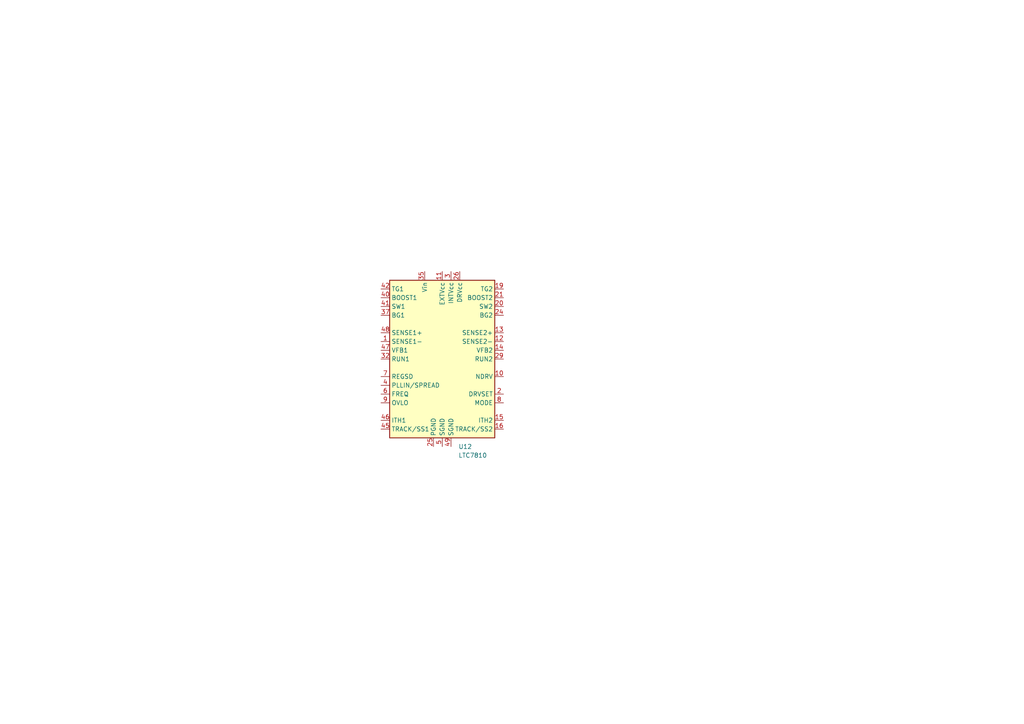
<source format=kicad_sch>
(kicad_sch (version 20250114) (generator "eeschema") (generator_version "9.0")
  (paper "A4")
  (lib_symbols
    (symbol "Regulator_Controller:LTC7810"
      (property "Reference" "U" (at -15.24 24.13 0))
      (property "Value" "LTC7810" (at 15.494 24.13 0))
      (symbol "LTC7810_0_1"
        (rectangle (start -15.24 22.86) (end 15.24 -22.86) (stroke (width 0.254)) (fill (type background)))
      )
      (symbol "LTC7810_1_1"
        (pin output line (at -17.78 20.32 0) (length 2.54) (name "TG1") (number "42"))
        (pin output line (at -17.78 17.78 0) (length 2.54) (name "BOOST1") (number "40"))
        (pin output line (at -17.78 15.24 0) (length 2.54) (name "SW1") (number "41"))
        (pin output line (at -17.78 12.7 0) (length 2.54) (name "BG1") (number "37"))
        (pin input line (at -17.78 7.62 0) (length 2.54) (name "SENSE1+") (number "48"))
        (pin input line (at -17.78 5.08 0) (length 2.54) (name "SENSE1-") (number "1"))
        (pin input line (at -17.78 2.54 0) (length 2.54) (name "VFB1") (number "47"))
        (pin input line (at -17.78 0 0) (length 2.54) (name "RUN1") (number "32"))
        (pin passive line (at -17.78 -5.08 0) (length 2.54) (name "REGSD") (number "7"))
        (pin input line (at -17.78 -7.62 0) (length 2.54) (name "PLLIN/SPREAD") (number "4"))
        (pin input line (at -17.78 -10.16 0) (length 2.54) (name "FREQ") (number "6"))
        (pin input line (at -17.78 -12.7 0) (length 2.54) (name "OVLO") (number "9"))
        (pin passive line (at -17.78 -17.78 0) (length 2.54) (name "ITH1") (number "46"))
        (pin input line (at -17.78 -20.32 0) (length 2.54) (name "TRACK/SS1") (number "45"))
        (pin power_in line (at -5.08 25.4 270) (length 2.54) (name "Vin") (number "35"))
        (pin power_in line (at -2.54 -25.4 90) (length 2.54) (name "PGND") (number "25"))
        (pin power_in line (at 0 25.4 270) (length 2.54) (name "EXTVcc") (number "11"))
        (pin power_in line (at 0 -25.4 90) (length 2.54) (name "SGND") (number "5"))
        (pin power_out line (at 2.54 25.4 270) (length 2.54) (name "INTVcc") (number "3"))
        (pin power_in line (at 2.54 -25.4 90) (length 2.54) (name "SGND") (number "49"))
        (pin power_out line (at 5.08 25.4 270) (length 2.54) (name "DRVcc") (number "26"))
        (pin output line (at 17.78 20.32 180) (length 2.54) (name "TG2") (number "19"))
        (pin output line (at 17.78 17.78 180) (length 2.54) (name "BOOST2") (number "21"))
        (pin output line (at 17.78 15.24 180) (length 2.54) (name "SW2") (number "20"))
        (pin output line (at 17.78 12.7 180) (length 2.54) (name "BG2") (number "24"))
        (pin input line (at 17.78 7.62 180) (length 2.54) (name "SENSE2+") (number "13"))
        (pin input line (at 17.78 5.08 180) (length 2.54) (name "SENSE2-") (number "12"))
        (pin input line (at 17.78 2.54 180) (length 2.54) (name "VFB2") (number "14"))
        (pin input line (at 17.78 0 180) (length 2.54) (name "RUN2") (number "29"))
        (pin output line (at 17.78 -5.08 180) (length 2.54) (name "NDRV") (number "10"))
        (pin input line (at 17.78 -10.16 180) (length 2.54) (name "DRVSET") (number "2"))
        (pin input line (at 17.78 -12.7 180) (length 2.54) (name "MODE") (number "8"))
        (pin passive line (at 17.78 -17.78 180) (length 2.54) (name "ITH2") (number "15"))
        (pin input line (at 17.78 -20.32 180) (length 2.54) (name "TRACK/SS2") (number "16"))
      )
    )
  )
  (symbol (lib_id "Regulator_Controller:LTC7810") (at 128.27 104.14 0) (unit 1)
    (property "Reference" "U12" (at 132.9533 129.54 0) (effects (justify left)))
    (property "Value" "LTC7810" (at 132.9533 132.08 0) (effects (justify left)))
    (property "Footprint" "Package_QFP:LQFP-48-1EP_7x7mm_P0.5mm_EP3.6x3.6mm" (effects (hide yes)))
    (property "Datasheet" "https://www.analog.com/media/en/technical-documentation/data-sheets/LTC7810.pdf" (effects (hide yes)))
    (property "Description" "150V dual 2-phase synchronous step-down DC/DC controller, LQPF-48" (effects (hide yes)))
  )
)
</source>
